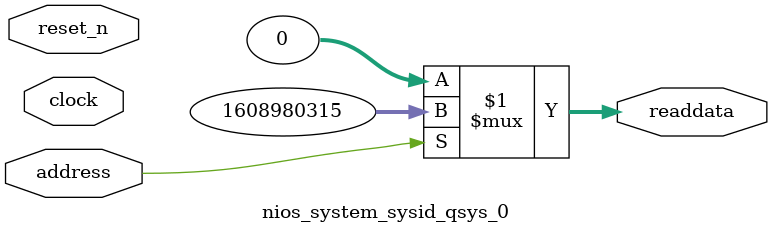
<source format=v>



// synthesis translate_off
`timescale 1ns / 1ps
// synthesis translate_on

// turn off superfluous verilog processor warnings 
// altera message_level Level1 
// altera message_off 10034 10035 10036 10037 10230 10240 10030 

module nios_system_sysid_qsys_0 (
               // inputs:
                address,
                clock,
                reset_n,

               // outputs:
                readdata
             )
;

  output  [ 31: 0] readdata;
  input            address;
  input            clock;
  input            reset_n;

  wire    [ 31: 0] readdata;
  //control_slave, which is an e_avalon_slave
  assign readdata = address ? 1608980315 : 0;

endmodule



</source>
